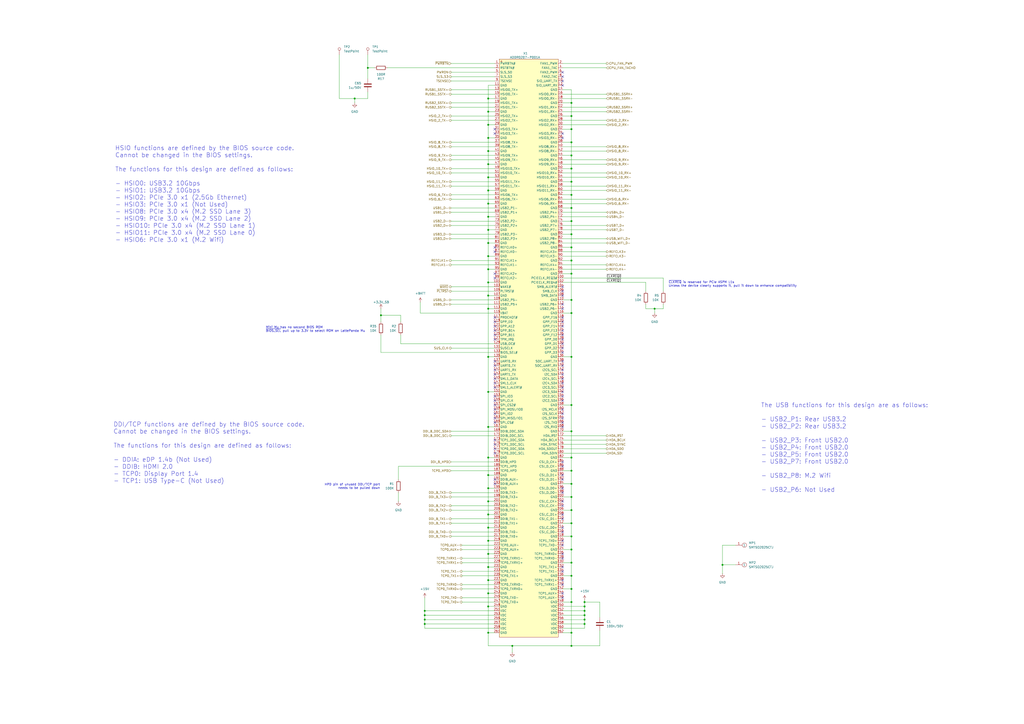
<source format=kicad_sch>
(kicad_sch (version 20250114) (generator "eeschema") (generator_version "9.0")
  (paper "A2")
  (title_block (title "LattePanda Mu Console") (date "2025-07-30") (rev "V1.0"))
  (lib_symbols
    (symbol "Connector:TestPoint" (pin_numbers (hide yes)) (pin_names (offset 0.762) (hide yes))
      (property "Reference" "TP" (at 0 6.858 0))
      (property "Value" "TestPoint" (at 0 5.08 0))
      (symbol "TestPoint_1_1"
        (pin passive line (at 0 0 90) (length 2.54) (name "1") (number "1"))
      )
    )
    (symbol "Device:C" (pin_numbers (hide yes)) (pin_names (offset 0.254))
      (property "Reference" "C" (at 0.635 2.54 0))
      (property "Value" "C" (at 0.635 -2.54 0))
      (symbol "C_1_1"
        (pin passive line (at 0 3.81 270) (length 2.794) (name "~") (number "1"))
        (pin passive line (at 0 -3.81 90) (length 2.794) (name "~") (number "2"))
      )
    )
    (symbol "Device:R" (pin_numbers (hide yes)) (pin_names (offset 0))
      (property "Reference" "R" (at 2.032 0 90))
      (property "Value" "R" (at 0 0 90))
      (symbol "R_1_1"
        (pin passive line (at 0 3.81 270) (length 1.27) (name "~") (number "1"))
        (pin passive line (at 0 -3.81 90) (length 1.27) (name "~") (number "2"))
      )
    )
    (symbol "easyeda2kicad:ADDR0207-P001A"
      (property "Reference" "X" (at 0 168.656 0))
      (property "Value" "ADDR0207-P001A" (at 0.254 -171.704 0))
      (symbol "ADDR0207-P001A_0_1"
        (pin input line (at -17.78 165.1 0) (length 2.54) (name "PWRBTN#") (number "1"))
        (pin input line (at -17.78 162.56 0) (length 2.54) (name "RSTBTN#") (number "3"))
        (pin output line (at -17.78 160.02 0) (length 2.54) (name "SLS_S0") (number "5"))
        (pin output line (at -17.78 157.48 0) (length 2.54) (name "SLS_S3") (number "7"))
        (pin input line (at -17.78 154.94 0) (length 2.54) (name "TSENSE") (number "9"))
        (pin power_in line (at -17.78 152.4 0) (length 2.54) (name "GND") (number "11"))
        (pin output line (at -17.78 149.86 0) (length 2.54) (name "HSIO0_TX+") (number "13"))
        (pin output line (at -17.78 147.32 0) (length 2.54) (name "HSIO0_TX-") (number "15"))
        (pin power_in line (at -17.78 144.78 0) (length 2.54) (name "GND") (number "17"))
        (pin output line (at -17.78 142.24 0) (length 2.54) (name "HSIO1_TX+") (number "19"))
        (pin output line (at -17.78 139.7 0) (length 2.54) (name "HSIO1_TX-") (number "21"))
        (pin power_in line (at -17.78 137.16 0) (length 2.54) (name "GND") (number "23"))
        (pin output line (at -17.78 134.62 0) (length 2.54) (name "HSIO2_TX+") (number "25"))
        (pin output line (at -17.78 132.08 0) (length 2.54) (name "HSIO2_TX-") (number "27"))
        (pin power_in line (at -17.78 129.54 0) (length 2.54) (name "GND") (number "29"))
        (pin output line (at -17.78 127 0) (length 2.54) (name "HSIO3_TX+") (number "31"))
        (pin output line (at -17.78 124.46 0) (length 2.54) (name "HSIO3_TX-") (number "33"))
        (pin power_in line (at -17.78 121.92 0) (length 2.54) (name "GND") (number "35"))
        (pin output line (at -17.78 119.38 0) (length 2.54) (name "HSIO8_TX+") (number "37"))
        (pin output line (at -17.78 116.84 0) (length 2.54) (name "HSIO8_TX-") (number "39"))
        (pin power_in line (at -17.78 114.3 0) (length 2.54) (name "GND") (number "41"))
        (pin output line (at -17.78 111.76 0) (length 2.54) (name "HSIO9_TX+") (number "43"))
        (pin output line (at -17.78 109.22 0) (length 2.54) (name "HSIO9_TX-") (number "45"))
        (pin power_in line (at -17.78 106.68 0) (length 2.54) (name "GND") (number "47"))
        (pin output line (at -17.78 104.14 0) (length 2.54) (name "HSIO10_TX+") (number "49"))
        (pin output line (at -17.78 101.6 0) (length 2.54) (name "HSIO10_TX-") (number "51"))
        (pin power_in line (at -17.78 99.06 0) (length 2.54) (name "GND") (number "53"))
        (pin output line (at -17.78 96.52 0) (length 2.54) (name "HSIO11_TX+") (number "55"))
        (pin output line (at -17.78 93.98 0) (length 2.54) (name "HSIO11_TX-") (number "57"))
        (pin power_in line (at -17.78 91.44 0) (length 2.54) (name "GND") (number "59"))
        (pin output line (at -17.78 88.9 0) (length 2.54) (name "HSIO6_TX+") (number "61"))
        (pin output line (at -17.78 86.36 0) (length 2.54) (name "HSIO6_TX-") (number "63"))
        (pin power_in line (at -17.78 83.82 0) (length 2.54) (name "GND") (number "65"))
        (pin bidirectional line (at -17.78 81.28 0) (length 2.54) (name "USB2_P1-") (number "67"))
        (pin bidirectional line (at -17.78 78.74 0) (length 2.54) (name "USB2_P1+") (number "69"))
        (pin power_in line (at -17.78 76.2 0) (length 2.54) (name "GND") (number "71"))
        (pin bidirectional line (at -17.78 73.66 0) (length 2.54) (name "USB2_P2-") (number "73"))
        (pin bidirectional line (at -17.78 71.12 0) (length 2.54) (name "USB2_P2+") (number "75"))
        (pin power_in line (at -17.78 68.58 0) (length 2.54) (name "GND") (number "77"))
        (pin bidirectional line (at -17.78 66.04 0) (length 2.54) (name "USB2_P3-") (number "79"))
        (pin bidirectional line (at -17.78 63.5 0) (length 2.54) (name "USB2_P3+") (number "81"))
        (pin power_in line (at -17.78 60.96 0) (length 2.54) (name "GND") (number "83"))
        (pin output line (at -17.78 58.42 0) (length 2.54) (name "REFCLK0+") (number "85"))
        (pin output line (at -17.78 55.88 0) (length 2.54) (name "REFCLK0-") (number "87"))
        (pin power_in line (at -17.78 53.34 0) (length 2.54) (name "GND") (number "89"))
        (pin output line (at -17.78 50.8 0) (length 2.54) (name "REFCLK1+") (number "91"))
        (pin output line (at -17.78 48.26 0) (length 2.54) (name "REFCLK1-") (number "93"))
        (pin power_in line (at -17.78 45.72 0) (length 2.54) (name "GND") (number "95"))
        (pin output line (at -17.78 43.18 0) (length 2.54) (name "REFCLK2+") (number "97"))
        (pin output line (at -17.78 40.64 0) (length 2.54) (name "REFCLK2-") (number "99"))
        (pin power_in line (at -17.78 38.1 0) (length 2.54) (name "GND") (number "101"))
        (pin input line (at -17.78 35.56 0) (length 2.54) (name "WAKE#") (number "103"))
        (pin output line (at -17.78 33.02 0) (length 2.54) (name "PLTRST#") (number "105"))
        (pin power_in line (at -17.78 30.48 0) (length 2.54) (name "GND") (number "107"))
        (pin bidirectional line (at -17.78 27.94 0) (length 2.54) (name "USB2_P5-") (number "109"))
        (pin bidirectional line (at -17.78 25.4 0) (length 2.54) (name "USB2_P5+") (number "111"))
        (pin power_in line (at -17.78 22.86 0) (length 2.54) (name "GND") (number "113"))
        (pin power_in line (at -17.78 20.32 0) (length 2.54) (name "VBAT") (number "115"))
        (pin input line (at -17.78 17.78 0) (length 2.54) (name "PROCHOT#") (number "117"))
        (pin bidirectional line (at -17.78 15.24 0) (length 2.54) (name "GPP_E0") (number "119"))
        (pin bidirectional line (at -17.78 12.7 0) (length 2.54) (name "GPP_A12") (number "121"))
        (pin bidirectional line (at -17.78 10.16 0) (length 2.54) (name "GPP_B14") (number "123"))
        (pin bidirectional line (at -17.78 7.62 0) (length 2.54) (name "GPP_B11") (number "125"))
        (pin input line (at -17.78 5.08 0) (length 2.54) (name "TPM_IRQ") (number "127"))
        (pin input line (at -17.78 2.54 0) (length 2.54) (name "USB_OC#") (number "129"))
        (pin output line (at -17.78 0 0) (length 2.54) (name "SUSCLK") (number "131"))
        (pin input line (at -17.78 -2.54 0) (length 2.54) (name "BIOS_SEL#") (number "133"))
        (pin power_in line (at -17.78 -5.08 0) (length 2.54) (name "GND") (number "135"))
        (pin input line (at -17.78 -7.62 0) (length 2.54) (name "UART0_RX") (number "137"))
        (pin output line (at -17.78 -10.16 0) (length 2.54) (name "UART0_TX") (number "139"))
        (pin input line (at -17.78 -12.7 0) (length 2.54) (name "UART1_RX") (number "141"))
        (pin output line (at -17.78 -15.24 0) (length 2.54) (name "UART1_TX") (number "143"))
        (pin bidirectional line (at -17.78 -17.78 0) (length 2.54) (name "SML1_DATA") (number "145"))
        (pin output line (at -17.78 -20.32 0) (length 2.54) (name "SML1_CLK") (number "147"))
        (pin input line (at -17.78 -22.86 0) (length 2.54) (name "SML1_ALERT#") (number "149"))
        (pin power_in line (at -17.78 -25.4 0) (length 2.54) (name "GND") (number "151"))
        (pin bidirectional line (at -17.78 -27.94 0) (length 2.54) (name "SPI_IO3") (number "153"))
        (pin output line (at -17.78 -30.48 0) (length 2.54) (name "SPI_CLK") (number "155"))
        (pin output line (at -17.78 -33.02 0) (length 2.54) (name "SPI_CS2#") (number "157"))
        (pin bidirectional line (at -17.78 -35.56 0) (length 2.54) (name "SPI_MOSI/IO0") (number "159"))
        (pin bidirectional line (at -17.78 -38.1 0) (length 2.54) (name "SPI_IO2") (number "161"))
        (pin bidirectional line (at -17.78 -40.64 0) (length 2.54) (name "SPI_MISO/IO1") (number "163"))
        (pin output line (at -17.78 -43.18 0) (length 2.54) (name "SPI_CS#") (number "165"))
        (pin power_in line (at -17.78 -45.72 0) (length 2.54) (name "GND") (number "167"))
        (pin bidirectional line (at -17.78 -48.26 0) (length 2.54) (name "DDIB_DDC_SDA") (number "169"))
        (pin output line (at -17.78 -50.8 0) (length 2.54) (name "DDIB_DDC_SCL") (number "171"))
        (pin bidirectional line (at -17.78 -53.34 0) (length 2.54) (name "TCP1_DDC_SDA") (number "173"))
        (pin output line (at -17.78 -55.88 0) (length 2.54) (name "TCP1_DDC_SCL") (number "175"))
        (pin bidirectional line (at -17.78 -58.42 0) (length 2.54) (name "TCP0_DDC_SDA") (number "177"))
        (pin output line (at -17.78 -60.96 0) (length 2.54) (name "TCP0_DDC_SCL") (number "179"))
        (pin power_in line (at -17.78 -63.5 0) (length 2.54) (name "GND") (number "181"))
        (pin input line (at -17.78 -66.04 0) (length 2.54) (name "DDIB_HPD") (number "183"))
        (pin input line (at -17.78 -68.58 0) (length 2.54) (name "TCP1_HPD") (number "185"))
        (pin input line (at -17.78 -71.12 0) (length 2.54) (name "TCP0_HPD") (number "187"))
        (pin power_in line (at -17.78 -73.66 0) (length 2.54) (name "GND") (number "189"))
        (pin bidirectional line (at -17.78 -76.2 0) (length 2.54) (name "DDIB_AUX-") (number "191"))
        (pin bidirectional line (at -17.78 -78.74 0) (length 2.54) (name "DDIB_AUX+") (number "193"))
        (pin power_in line (at -17.78 -81.28 0) (length 2.54) (name "GND") (number "195"))
        (pin output line (at -17.78 -83.82 0) (length 2.54) (name "DDIB_TX3-") (number "197"))
        (pin output line (at -17.78 -86.36 0) (length 2.54) (name "DDIB_TX3+") (number "199"))
        (pin power_in line (at -17.78 -88.9 0) (length 2.54) (name "GND") (number "201"))
        (pin output line (at -17.78 -91.44 0) (length 2.54) (name "DDIB_TX2-") (number "203"))
        (pin output line (at -17.78 -93.98 0) (length 2.54) (name "DDIB_TX2+") (number "205"))
        (pin power_in line (at -17.78 -96.52 0) (length 2.54) (name "GND") (number "207"))
        (pin output line (at -17.78 -99.06 0) (length 2.54) (name "DDIB_TX1-") (number "209"))
        (pin output line (at -17.78 -101.6 0) (length 2.54) (name "DDIB_TX1+") (number "211"))
        (pin power_in line (at -17.78 -104.14 0) (length 2.54) (name "GND") (number "213"))
        (pin output line (at -17.78 -106.68 0) (length 2.54) (name "DDIB_TX0-") (number "215"))
        (pin output line (at -17.78 -109.22 0) (length 2.54) (name "DDIB_TX0+") (number "217"))
        (pin power_in line (at -17.78 -111.76 0) (length 2.54) (name "GND") (number "219"))
        (pin bidirectional line (at -17.78 -114.3 0) (length 2.54) (name "TCP0_AUX-") (number "221"))
        (pin bidirectional line (at -17.78 -116.84 0) (length 2.54) (name "TCP0_AUX+") (number "223"))
        (pin power_in line (at -17.78 -119.38 0) (length 2.54) (name "GND") (number "225"))
        (pin output line (at -17.78 -121.92 0) (length 2.54) (name "TCP0_TXRX1-") (number "227"))
        (pin output line (at -17.78 -124.46 0) (length 2.54) (name "TCP0_TXRX1+") (number "229"))
        (pin power_in line (at -17.78 -127 0) (length 2.54) (name "GND") (number "231"))
        (pin output line (at -17.78 -129.54 0) (length 2.54) (name "TCP0_TX1-") (number "233"))
        (pin output line (at -17.78 -132.08 0) (length 2.54) (name "TCP0_TX1+") (number "235"))
        (pin power_in line (at -17.78 -134.62 0) (length 2.54) (name "GND") (number "237"))
        (pin output line (at -17.78 -137.16 0) (length 2.54) (name "TCP0_TXRX0-") (number "239"))
        (pin output line (at -17.78 -139.7 0) (length 2.54) (name "TCP0_TXRX0+") (number "241"))
        (pin power_in line (at -17.78 -142.24 0) (length 2.54) (name "GND") (number "243"))
        (pin output line (at -17.78 -144.78 0) (length 2.54) (name "TCP0_TX0-") (number "245"))
        (pin output line (at -17.78 -147.32 0) (length 2.54) (name "TCP0_TX0+") (number "247"))
        (pin power_in line (at -17.78 -149.86 0) (length 2.54) (name "GND") (number "249"))
        (pin power_in line (at -17.78 -152.4 0) (length 2.54) (name "VDC") (number "251"))
        (pin power_in line (at -17.78 -154.94 0) (length 2.54) (name "VDC") (number "253"))
        (pin power_in line (at -17.78 -157.48 0) (length 2.54) (name "VDC") (number "255"))
        (pin power_in line (at -17.78 -160.02 0) (length 2.54) (name "VDC") (number "257"))
        (pin power_in line (at -17.78 -162.56 0) (length 2.54) (name "VDC") (number "259"))
        (pin power_in line (at -17.78 -165.1 0) (length 2.54) (name "GND") (number "261"))
        (pin output line (at 21.59 165.1 180) (length 2.54) (name "FAN1_PWM") (number "2"))
        (pin input line (at 21.59 162.56 180) (length 2.54) (name "FAN1_TAC") (number "4"))
        (pin output line (at 21.59 160.02 180) (length 2.54) (name "FAN2_PWM") (number "6"))
        (pin input line (at 21.59 157.48 180) (length 2.54) (name "FAN2_TAC") (number "8"))
        (pin output line (at 21.59 154.94 180) (length 2.54) (name "SIO_UART_TX") (number "10"))
        (pin input line (at 21.59 152.4 180) (length 2.54) (name "SIO_UART_RX") (number "12"))
        (pin power_in line (at 21.59 149.86 180) (length 2.54) (name "GND") (number "14"))
        (pin input line (at 21.59 147.32 180) (length 2.54) (name "HSIO0_RX+") (number "16"))
        (pin input line (at 21.59 144.78 180) (length 2.54) (name "HSIO0_RX-") (number "18"))
        (pin power_in line (at 21.59 142.24 180) (length 2.54) (name "GND") (number "20"))
        (pin input line (at 21.59 139.7 180) (length 2.54) (name "HSIO1_RX+") (number "22"))
        (pin input line (at 21.59 137.16 180) (length 2.54) (name "HSIO1_RX-") (number "24"))
        (pin power_in line (at 21.59 134.62 180) (length 2.54) (name "GND") (number "26"))
        (pin input line (at 21.59 132.08 180) (length 2.54) (name "HSIO2_RX+") (number "28"))
        (pin input line (at 21.59 129.54 180) (length 2.54) (name "HSIO2_RX-") (number "30"))
        (pin power_in line (at 21.59 127 180) (length 2.54) (name "GND") (number "32"))
        (pin input line (at 21.59 124.46 180) (length 2.54) (name "HSIO3_RX+") (number "34"))
        (pin input line (at 21.59 121.92 180) (length 2.54) (name "HSIO3_RX-") (number "36"))
        (pin power_in line (at 21.59 119.38 180) (length 2.54) (name "GND") (number "38"))
        (pin input line (at 21.59 116.84 180) (length 2.54) (name "HSIO8_RX+") (number "40"))
        (pin input line (at 21.59 114.3 180) (length 2.54) (name "HSIO8_RX-") (number "42"))
        (pin power_in line (at 21.59 111.76 180) (length 2.54) (name "GND") (number "44"))
        (pin input line (at 21.59 109.22 180) (length 2.54) (name "HSIO9_RX+") (number "46"))
        (pin input line (at 21.59 106.68 180) (length 2.54) (name "HSIO9_RX-") (number "48"))
        (pin power_in line (at 21.59 104.14 180) (length 2.54) (name "GND") (number "50"))
        (pin input line (at 21.59 101.6 180) (length 2.54) (name "HSIO10_RX+") (number "52"))
        (pin input line (at 21.59 99.06 180) (length 2.54) (name "HSIO10_RX-") (number "54"))
        (pin power_in line (at 21.59 96.52 180) (length 2.54) (name "GND") (number "56"))
        (pin input line (at 21.59 93.98 180) (length 2.54) (name "HSIO11_RX+") (number "58"))
        (pin input line (at 21.59 91.44 180) (length 2.54) (name "HSIO11_RX-") (number "60"))
        (pin power_in line (at 21.59 88.9 180) (length 2.54) (name "GND") (number "62"))
        (pin input line (at 21.59 86.36 180) (length 2.54) (name "HSIO6_RX+") (number "64"))
        (pin input line (at 21.59 83.82 180) (length 2.54) (name "HSIO6_RX-") (number "66"))
        (pin power_in line (at 21.59 81.28 180) (length 2.54) (name "GND") (number "68"))
        (pin bidirectional line (at 21.59 78.74 180) (length 2.54) (name "USB2_P4+") (number "70"))
        (pin bidirectional line (at 21.59 76.2 180) (length 2.54) (name "USB2_P4-") (number "72"))
        (pin power_in line (at 21.59 73.66 180) (length 2.54) (name "GND") (number "74"))
        (pin bidirectional line (at 21.59 71.12 180) (length 2.54) (name "USB2_P7+") (number "76"))
        (pin bidirectional line (at 21.59 68.58 180) (length 2.54) (name "USB2_P7-") (number "78"))
        (pin power_in line (at 21.59 66.04 180) (length 2.54) (name "GND") (number "80"))
        (pin bidirectional line (at 21.59 63.5 180) (length 2.54) (name "USB2_P8+") (number "82"))
        (pin bidirectional line (at 21.59 60.96 180) (length 2.54) (name "USB2_P8-") (number "84"))
        (pin power_in line (at 21.59 58.42 180) (length 2.54) (name "GND") (number "86"))
        (pin output line (at 21.59 55.88 180) (length 2.54) (name "REFCLK3+") (number "88"))
        (pin output line (at 21.59 53.34 180) (length 2.54) (name "REFCLK3-") (number "90"))
        (pin power_in line (at 21.59 50.8 180) (length 2.54) (name "GND") (number "92"))
        (pin output line (at 21.59 48.26 180) (length 2.54) (name "REFCLK4+") (number "94"))
        (pin output line (at 21.59 45.72 180) (length 2.54) (name "REFCLK4-") (number "96"))
        (pin power_in line (at 21.59 43.18 180) (length 2.54) (name "GND") (number "98"))
        (pin input line (at 21.59 40.64 180) (length 2.54) (name "PCIECLK_REQ3#") (number "100"))
        (pin input line (at 21.59 38.1 180) (length 2.54) (name "PCIECLK_REQ4#") (number "102"))
        (pin input line (at 21.59 35.56 180) (length 2.54) (name "SMB_ALERT#") (number "104"))
        (pin output line (at 21.59 33.02 180) (length 2.54) (name "SMB_CLK") (number "106"))
        (pin bidirectional line (at 21.59 30.48 180) (length 2.54) (name "SMB_DATA") (number "108"))
        (pin power_in line (at 21.59 27.94 180) (length 2.54) (name "GND") (number "110"))
        (pin bidirectional line (at 21.59 25.4 180) (length 2.54) (name "USB2_P6+") (number "112"))
        (pin bidirectional line (at 21.59 22.86 180) (length 2.54) (name "USB2_P6-") (number "114"))
        (pin power_in line (at 21.59 20.32 180) (length 2.54) (name "GND") (number "116"))
        (pin bidirectional line (at 21.59 17.78 180) (length 2.54) (name "GPP_F16") (number "118"))
        (pin bidirectional line (at 21.59 15.24 180) (length 2.54) (name "GPP_F15") (number "120"))
        (pin bidirectional line (at 21.59 12.7 180) (length 2.54) (name "GPP_F14") (number "122"))
        (pin bidirectional line (at 21.59 10.16 180) (length 2.54) (name "GPP_F13") (number "124"))
        (pin bidirectional line (at 21.59 7.62 180) (length 2.54) (name "GPP_F12") (number "126"))
        (pin bidirectional line (at 21.59 5.08 180) (length 2.54) (name "GPP_D0") (number "128"))
        (pin bidirectional line (at 21.59 2.54 180) (length 2.54) (name "GPP_D1") (number "130"))
        (pin bidirectional line (at 21.59 0 180) (length 2.54) (name "GPP_D2") (number "132"))
        (pin bidirectional line (at 21.59 -2.54 180) (length 2.54) (name "GPP_D3") (number "134"))
        (pin power_in line (at 21.59 -5.08 180) (length 2.54) (name "GND") (number "136"))
        (pin output line (at 21.59 -7.62 180) (length 2.54) (name "SOC_UART_TX") (number "138"))
        (pin input line (at 21.59 -10.16 180) (length 2.54) (name "SOC_UART_RX") (number "140"))
        (pin output line (at 21.59 -12.7 180) (length 2.54) (name "I2C5_SCL") (number "142"))
        (pin bidirectional line (at 21.59 -15.24 180) (length 2.54) (name "I2C_SDA") (number "144"))
        (pin output line (at 21.59 -17.78 180) (length 2.54) (name "I2C4_SCL") (number "146"))
        (pin bidirectional line (at 21.59 -20.32 180) (length 2.54) (name "I2C4_SDA") (number "148"))
        (pin output line (at 21.59 -22.86 180) (length 2.54) (name "I2C3_SCL") (number "150"))
        (pin bidirectional line (at 21.59 -25.4 180) (length 2.54) (name "I2C3_SDA") (number "152"))
        (pin output line (at 21.59 -27.94 180) (length 2.54) (name "I2C2_SCL") (number "154"))
        (pin bidirectional line (at 21.59 -30.48 180) (length 2.54) (name "I2C2_SDA") (number "156"))
        (pin power_in line (at 21.59 -33.02 180) (length 2.54) (name "GND") (number "158"))
        (pin output line (at 21.59 -35.56 180) (length 2.54) (name "I2S_MCLK") (number "160"))
        (pin output line (at 21.59 -38.1 180) (length 2.54) (name "I2S_SCLK") (number "162"))
        (pin output line (at 21.59 -40.64 180) (length 2.54) (name "I2S_SFRM") (number "164"))
        (pin output line (at 21.59 -43.18 180) (length 2.54) (name "I2S_TXD") (number "166"))
        (pin input line (at 21.59 -45.72 180) (length 2.54) (name "I2S_RXD") (number "168"))
        (pin power_in line (at 21.59 -48.26 180) (length 2.54) (name "GND") (number "170"))
        (pin output line (at 21.59 -50.8 180) (length 2.54) (name "HDA_RST") (number "172"))
        (pin output line (at 21.59 -53.34 180) (length 2.54) (name "HDA_BCLK") (number "174"))
        (pin output line (at 21.59 -55.88 180) (length 2.54) (name "HDA_SYNC") (number "176"))
        (pin output line (at 21.59 -58.42 180) (length 2.54) (name "HDA_SDOUT") (number "178"))
        (pin input line (at 21.59 -60.96 180) (length 2.54) (name "HDA_SDIN") (number "180"))
        (pin power_in line (at 21.59 -63.5 180) (length 2.54) (name "GND") (number "182"))
        (pin input line (at 21.59 -66.04 180) (length 2.54) (name "CSI_D_CK+") (number "184"))
        (pin input line (at 21.59 -68.58 180) (length 2.54) (name "CSI_D_CK-") (number "186"))
        (pin power_in line (at 21.59 -71.12 180) (length 2.54) (name "GND") (number "188"))
        (pin input line (at 21.59 -73.66 180) (length 2.54) (name "CSI_D_D1+") (number "190"))
        (pin input line (at 21.59 -76.2 180) (length 2.54) (name "CSI_D_D1-") (number "192"))
        (pin power_in line (at 21.59 -78.74 180) (length 2.54) (name "GND") (number "194"))
        (pin input line (at 21.59 -81.28 180) (length 2.54) (name "CSI_D_D0+") (number "196"))
        (pin input line (at 21.59 -83.82 180) (length 2.54) (name "CSI_D_D0-") (number "198"))
        (pin power_in line (at 21.59 -86.36 180) (length 2.54) (name "GND") (number "200"))
        (pin input line (at 21.59 -88.9 180) (length 2.54) (name "CSI_C_CK+") (number "202"))
        (pin input line (at 21.59 -91.44 180) (length 2.54) (name "CSI_C_CK-") (number "204"))
        (pin power_in line (at 21.59 -93.98 180) (length 2.54) (name "GND") (number "206"))
        (pin input line (at 21.59 -96.52 180) (length 2.54) (name "CSI_C_D1+") (number "208"))
        (pin input line (at 21.59 -99.06 180) (length 2.54) (name "CSI_C_D1-") (number "210"))
        (pin power_in line (at 21.59 -101.6 180) (length 2.54) (name "GND") (number "212"))
        (pin input line (at 21.59 -104.14 180) (length 2.54) (name "CSI_C_D0+") (number "214"))
        (pin input line (at 21.59 -106.68 180) (length 2.54) (name "CSI_C_D0-") (number "216"))
        (pin power_in line (at 21.59 -109.22 180) (length 2.54) (name "GND") (number "218"))
        (pin output line (at 21.59 -111.76 180) (length 2.54) (name "TCP1_TX0+") (number "220"))
        (pin output line (at 21.59 -114.3 180) (length 2.54) (name "TCP1_TX0-") (number "222"))
        (pin power_in line (at 21.59 -116.84 180) (length 2.54) (name "GND") (number "224"))
        (pin output line (at 21.59 -119.38 180) (length 2.54) (name "TCP1_TXRX0+") (number "226"))
        (pin output line (at 21.59 -121.92 180) (length 2.54) (name "TCP1_TXRX0-") (number "228"))
        (pin power_in line (at 21.59 -124.46 180) (length 2.54) (name "GND") (number "230"))
        (pin output line (at 21.59 -127 180) (length 2.54) (name "TCP1_TX1+") (number "232"))
        (pin output line (at 21.59 -129.54 180) (length 2.54) (name "TCP1_TX1-") (number "234"))
        (pin power_in line (at 21.59 -132.08 180) (length 2.54) (name "GND") (number "236"))
        (pin output line (at 21.59 -134.62 180) (length 2.54) (name "TCP1_TXRX1+") (number "238"))
        (pin output line (at 21.59 -137.16 180) (length 2.54) (name "TCP1_TXRX1-") (number "240"))
        (pin power_in line (at 21.59 -139.7 180) (length 2.54) (name "GND") (number "242"))
        (pin bidirectional line (at 21.59 -142.24 180) (length 2.54) (name "TCP1_AUX+") (number "244"))
        (pin bidirectional line (at 21.59 -144.78 180) (length 2.54) (name "TCP1_AUX-") (number "246"))
        (pin power_in line (at 21.59 -147.32 180) (length 2.54) (name "GND") (number "248"))
        (pin power_in line (at 21.59 -149.86 180) (length 2.54) (name "VDC") (number "250"))
        (pin power_in line (at 21.59 -152.4 180) (length 2.54) (name "VDC") (number "252"))
        (pin power_in line (at 21.59 -154.94 180) (length 2.54) (name "VDC") (number "254"))
        (pin power_in line (at 21.59 -157.48 180) (length 2.54) (name "VDC") (number "256"))
        (pin power_in line (at 21.59 -160.02 180) (length 2.54) (name "VDC") (number "258"))
        (pin power_in line (at 21.59 -162.56 180) (length 2.54) (name "VDC") (number "260"))
      )
      (symbol "ADDR0207-P001A_1_1"
        (pin power_in line (at 21.59 -165.1 180) (length 2.54) (name "GND") (number "262"))
      )
    )
    (symbol "easyeda2kicad:SMTSO2025CTJ"
      (property "Reference" "MP" (at 0 5.08 0))
      (property "Value" "SMTSO2025CTJ" (at 0 -5.08 0))
      (symbol "SMTSO2025CTJ_0_1"
        (pin unspecified line (at -5.08 0 0) (length 3.81) (name "1") (number "1"))
      )
    )
    (symbol "power:+15V" (power) (pin_numbers (hide yes)) (pin_names (offset 0) (hide yes))
      (property "Value" "+15V" (at 0 3.556 0))
      (symbol "+15V_1_1"
        (pin power_in line (at 0 0 90) (length 0) (name "~") (number "1"))
      )
    )
    (symbol "power:+1V0" (power) (pin_numbers (hide yes)) (pin_names (offset 0) (hide yes))
      (property "Value" "+1V0" (at 0 3.556 0))
      (symbol "+1V0_1_1"
        (pin power_in line (at 0 0 90) (length 0) (name "~") (number "1"))
      )
    )
    (symbol "power:+BATT" (power) (pin_numbers (hide yes)) (pin_names (offset 0) (hide yes))
      (property "Value" "+BATT" (at 0 3.556 0))
      (symbol "+BATT_1_1"
        (pin power_in line (at 0 0 90) (length 0) (name "~") (number "1"))
      )
    )
    (symbol "power:GND" (power) (pin_numbers (hide yes)) (pin_names (offset 0) (hide yes))
      (property "Value" "GND" (at 0 -3.81 0))
      (symbol "GND_1_1"
        (pin power_in line (at 0 0 270) (length 0) (name "~") (number "1"))
      )
    )
  )
  (text "DDI/TCP functions are defined by the BIOS source code.\nCannot be changed in the BIOS settings.\n\nThe functions for this design are defined as follows:\n\n- DDIA: eDP 1.4b (Not Used)\n- DDIB: HDMI 2.0\n- TCP0: Display Port 1.4\n- TCP1: USB Type-C (Not Used)\n\n\n" (at 65.786 244.856 0) (effects (font (size 2.54 2.54)) (justify left top)))
  (text "HPD pin of unused DDI/TCP port\nneeds to be pulled down" (at 220.472 280.416 0) (effects (font (size 1.27 1.27)) (justify right top)))
  (text "The USB functions for this design are as follows:\n\n- USB2_P1: Rear USB3.2\n- USB2_P2: Rear USB3.2\n\n- USB2_P3: Front USB2.0\n- USB2_P4: Front USB2.0\n- USB2_P5: Front USB2.0\n- USB2_P7: Front USB2.0\n\n- USB2_P8: M.2 Wifi\n\n- USB2_P6: Not Used" (at 441.452 233.68 0) (effects (font (size 2.54 2.54)) (justify left top)))
  (text "Mini Mu has no second BIOS ROM\n~{BIOS_SEL} pull up to 3.3V to select ROM on LattePanda Mu" (at 154.178 192.786 0) (effects (font (size 1.27 1.27)) (justify left bottom)))
  (text "HSIO functions are defined by the BIOS source code.\nCannot be changed in the BIOS settings.\n\nThe functions for this design are defined as follows:\n\n- HSIO0: USB3.2 10Gbps\n- HSIO1: USB3.2 10Gbps\n- HSIO2: PCIe 3.0 x1 (2.5Gb Ethernet)\n- HSIO3: PCIe 3.0 x1 (Not Used)\n- HSIO8: PCIe 3.0 x4 (M.2 SSD Lane 3)\n- HSIO9: PCIe 3.0 x4 (M.2 SSD Lane 2)\n- HSIO10: PCIe 3.0 x4 (M.2 SSD Lane 1)\n- HSIO11: PCIe 3.0 x4 (M.2 SSD Lane 0)\n- HSIO6: PCIe 3.0 x1 (M.2 Wifi)\n\n" (at 66.802 84.582 0) (effects (font (size 2.54 2.54)) (justify left top)))
  (text "~{CLKREQ} is reserved for PCIe ASPM L1s\nUnless the device clearly supports it, pull it down to enhance compatibility" (at 387.858 164.846 0) (effects (font (size 1.27 1.27)) (justify left)))
  (junction (at 331.47 143.51))
  (junction (at 283.21 87.63))
  (junction (at 283.21 321.31))
  (junction (at 339.09 361.95))
  (junction (at 331.47 311.15))
  (junction (at 283.21 247.65))
  (junction (at 331.47 74.93))
  (junction (at 331.47 273.05))
  (junction (at 283.21 328.93))
  (junction (at 283.21 118.11))
  (junction (at 339.09 354.33))
  (junction (at 331.47 82.55))
  (junction (at 339.09 351.79))
  (junction (at 283.21 95.25))
  (junction (at 331.47 288.29))
  (junction (at 331.47 349.25))
  (junction (at 331.47 234.95))
  (junction (at 283.21 367.03))
  (junction (at 283.21 163.83))
  (junction (at 331.47 374.65))
  (junction (at 246.38 361.95))
  (junction (at 283.21 110.49))
  (junction (at 379.73 179.07))
  (junction (at 339.09 359.41))
  (junction (at 283.21 171.45))
  (junction (at 339.09 356.87))
  (junction (at 331.47 334.01))
  (junction (at 331.47 158.75))
  (junction (at 283.21 344.17))
  (junction (at 297.18 374.65))
  (junction (at 331.47 173.99))
  (junction (at 331.47 97.79))
  (junction (at 283.21 275.59))
  (junction (at 283.21 102.87))
  (junction (at 246.38 354.33))
  (junction (at 283.21 156.21))
  (junction (at 419.1 327.66))
  (junction (at 283.21 72.39))
  (junction (at 283.21 313.69))
  (junction (at 283.21 298.45))
  (junction (at 331.47 120.65))
  (junction (at 283.21 148.59))
  (junction (at 283.21 306.07))
  (junction (at 283.21 336.55))
  (junction (at 331.47 59.69))
  (junction (at 331.47 295.91))
  (junction (at 283.21 80.01))
  (junction (at 331.47 341.63))
  (junction (at 331.47 105.41))
  (junction (at 283.21 227.33))
  (junction (at 331.47 128.27))
  (junction (at 331.47 318.77))
  (junction (at 283.21 140.97))
  (junction (at 331.47 207.01))
  (junction (at 246.38 356.87))
  (junction (at 220.98 182.88))
  (junction (at 246.38 359.41))
  (junction (at 283.21 179.07))
  (junction (at 283.21 351.79))
  (junction (at 283.21 283.21))
  (junction (at 283.21 290.83))
  (junction (at 331.47 135.89))
  (junction (at 331.47 151.13))
  (junction (at 331.47 326.39))
  (junction (at 331.47 303.53))
  (junction (at 283.21 125.73))
  (junction (at 283.21 133.35))
  (junction (at 283.21 64.77))
  (junction (at 283.21 207.01))
  (junction (at 205.74 57.15))
  (junction (at 331.47 250.19))
  (junction (at 213.36 39.37))
  (junction (at 331.47 265.43))
  (junction (at 339.09 349.25))
  (junction (at 331.47 113.03))
  (junction (at 283.21 57.15))
  (junction (at 331.47 181.61))
  (junction (at 331.47 67.31))
  (junction (at 331.47 367.03))
  (junction (at 331.47 280.67))
  (junction (at 283.21 265.43))
  (junction (at 331.47 90.17))
  (no_connect (at 326.39 270.51))
  (no_connect (at 287.02 257.81))
  (no_connect (at 326.39 168.91))
  (no_connect (at 326.39 245.11))
  (no_connect (at 287.02 143.51))
  (no_connect (at 287.02 214.63))
  (no_connect (at 326.39 336.55))
  (no_connect (at 326.39 201.93))
  (no_connect (at 326.39 232.41))
  (no_connect (at 326.39 293.37))
  (no_connect (at 326.39 242.57))
  (no_connect (at 326.39 224.79))
  (no_connect (at 326.39 227.33))
  (no_connect (at 287.02 194.31))
  (no_connect (at 287.02 186.69))
  (no_connect (at 326.39 179.07))
  (no_connect (at 326.39 222.25))
  (no_connect (at 326.39 219.71))
  (no_connect (at 326.39 275.59))
  (no_connect (at 326.39 77.47))
  (no_connect (at 326.39 46.99))
  (no_connect (at 326.39 321.31))
  (no_connect (at 287.02 237.49))
  (no_connect (at 326.39 189.23))
  (no_connect (at 326.39 199.39))
  (no_connect (at 326.39 184.15))
  (no_connect (at 287.02 158.75))
  (no_connect (at 287.02 260.35))
  (no_connect (at 287.02 77.47))
  (no_connect (at 287.02 240.03))
  (no_connect (at 287.02 209.55))
  (no_connect (at 326.39 44.45))
  (no_connect (at 326.39 171.45))
  (no_connect (at 326.39 308.61))
  (no_connect (at 326.39 313.69))
  (no_connect (at 287.02 196.85))
  (no_connect (at 326.39 186.69))
  (no_connect (at 326.39 240.03))
  (no_connect (at 287.02 229.87))
  (no_connect (at 287.02 219.71))
  (no_connect (at 326.39 283.21))
  (no_connect (at 326.39 316.23))
  (no_connect (at 287.02 189.23))
  (no_connect (at 326.39 328.93))
  (no_connect (at 287.02 212.09))
  (no_connect (at 287.02 232.41))
  (no_connect (at 326.39 306.07))
  (no_connect (at 326.39 217.17))
  (no_connect (at 287.02 278.13))
  (no_connect (at 287.02 217.17))
  (no_connect (at 326.39 229.87))
  (no_connect (at 326.39 331.47))
  (no_connect (at 287.02 224.79))
  (no_connect (at 326.39 285.75))
  (no_connect (at 326.39 194.31))
  (no_connect (at 326.39 344.17))
  (no_connect (at 287.02 242.57))
  (no_connect (at 326.39 278.13))
  (no_connect (at 287.02 184.15))
  (no_connect (at 326.39 80.01))
  (no_connect (at 326.39 196.85))
  (no_connect (at 326.39 247.65))
  (no_connect (at 287.02 234.95))
  (no_connect (at 326.39 209.55))
  (no_connect (at 287.02 191.77))
  (no_connect (at 326.39 191.77))
  (no_connect (at 326.39 204.47))
  (no_connect (at 326.39 346.71))
  (no_connect (at 326.39 267.97))
  (no_connect (at 326.39 300.99))
  (no_connect (at 326.39 176.53))
  (no_connect (at 287.02 255.27))
  (no_connect (at 287.02 245.11))
  (no_connect (at 287.02 161.29))
  (no_connect (at 326.39 298.45))
  (no_connect (at 287.02 222.25))
  (no_connect (at 326.39 323.85))
  (no_connect (at 287.02 280.67))
  (no_connect (at 287.02 146.05))
  (no_connect (at 326.39 41.91))
  (no_connect (at 326.39 49.53))
  (no_connect (at 326.39 166.37))
  (no_connect (at 326.39 237.49))
  (no_connect (at 287.02 262.89))
  (no_connect (at 287.02 74.93))
  (no_connect (at 326.39 339.09))
  (no_connect (at 326.39 214.63))
  (no_connect (at 326.39 212.09))
  (no_connect (at 326.39 290.83))
  (wire (pts (xy 326.39 207.01) (xy 331.47 207.01)))
  (wire (pts (xy 220.98 204.47) (xy 287.02 204.47)))
  (wire (pts (xy 261.62 151.13) (xy 287.02 151.13)))
  (wire (pts (xy 283.21 336.55) (xy 283.21 344.17)))
  (wire (pts (xy 379.73 179.07) (xy 379.73 181.61)))
  (wire (pts (xy 331.47 374.65) (xy 297.18 374.65)))
  (wire (pts (xy 326.39 115.57) (xy 351.79 115.57)))
  (wire (pts (xy 283.21 179.07) (xy 283.21 207.01)))
  (wire (pts (xy 379.73 179.07) (xy 384.81 179.07)))
  (wire (pts (xy 347.98 374.65) (xy 331.47 374.65)))
  (wire (pts (xy 326.39 252.73) (xy 351.79 252.73)))
  (wire (pts (xy 261.62 100.33) (xy 287.02 100.33)))
  (wire (pts (xy 326.39 351.79) (xy 339.09 351.79)))
  (wire (pts (xy 331.47 82.55) (xy 331.47 90.17)))
  (wire (pts (xy 331.47 128.27) (xy 331.47 135.89)))
  (wire (pts (xy 261.62 128.27) (xy 287.02 128.27)))
  (wire (pts (xy 351.79 133.35) (xy 326.39 133.35)))
  (wire (pts (xy 326.39 359.41) (xy 339.09 359.41)))
  (wire (pts (xy 267.97 326.39) (xy 287.02 326.39)))
  (wire (pts (xy 283.21 227.33) (xy 283.21 247.65)))
  (wire (pts (xy 246.38 364.49) (xy 246.38 361.95)))
  (wire (pts (xy 267.97 334.01) (xy 287.02 334.01)))
  (wire (pts (xy 283.21 265.43) (xy 283.21 275.59)))
  (wire (pts (xy 283.21 290.83) (xy 287.02 290.83)))
  (wire (pts (xy 326.39 151.13) (xy 331.47 151.13)))
  (wire (pts (xy 351.79 138.43) (xy 326.39 138.43)))
  (wire (pts (xy 283.21 87.63) (xy 283.21 95.25)))
  (wire (pts (xy 326.39 59.69) (xy 331.47 59.69)))
  (wire (pts (xy 351.79 140.97) (xy 326.39 140.97)))
  (wire (pts (xy 267.97 316.23) (xy 287.02 316.23)))
  (wire (pts (xy 331.47 250.19) (xy 331.47 265.43)))
  (wire (pts (xy 326.39 341.63) (xy 331.47 341.63)))
  (wire (pts (xy 261.62 166.37) (xy 287.02 166.37)))
  (wire (pts (xy 243.84 175.26) (xy 243.84 181.61)))
  (wire (pts (xy 326.39 356.87) (xy 339.09 356.87)))
  (wire (pts (xy 283.21 247.65) (xy 283.21 265.43)))
  (wire (pts (xy 326.39 74.93) (xy 331.47 74.93)))
  (wire (pts (xy 331.47 349.25) (xy 331.47 367.03)))
  (wire (pts (xy 220.98 182.88) (xy 220.98 186.69)))
  (wire (pts (xy 326.39 260.35) (xy 351.79 260.35)))
  (wire (pts (xy 283.21 140.97) (xy 283.21 148.59)))
  (wire (pts (xy 374.65 176.53) (xy 374.65 179.07)))
  (wire (pts (xy 261.62 107.95) (xy 287.02 107.95)))
  (wire (pts (xy 261.62 295.91) (xy 287.02 295.91)))
  (wire (pts (xy 374.65 179.07) (xy 379.73 179.07)))
  (wire (pts (xy 331.47 120.65) (xy 331.47 128.27)))
  (wire (pts (xy 283.21 344.17) (xy 287.02 344.17)))
  (wire (pts (xy 283.21 118.11) (xy 283.21 125.73)))
  (wire (pts (xy 283.21 207.01) (xy 283.21 227.33)))
  (wire (pts (xy 351.79 125.73) (xy 326.39 125.73)))
  (wire (pts (xy 261.62 69.85) (xy 287.02 69.85)))
  (wire (pts (xy 326.39 273.05) (xy 331.47 273.05)))
  (wire (pts (xy 261.62 267.97) (xy 287.02 267.97)))
  (wire (pts (xy 326.39 364.49) (xy 339.09 364.49)))
  (wire (pts (xy 326.39 163.83) (xy 374.65 163.83)))
  (wire (pts (xy 326.39 280.67) (xy 331.47 280.67)))
  (wire (pts (xy 326.39 354.33) (xy 339.09 354.33)))
  (wire (pts (xy 283.21 247.65) (xy 287.02 247.65)))
  (wire (pts (xy 326.39 67.31) (xy 331.47 67.31)))
  (wire (pts (xy 283.21 133.35) (xy 283.21 140.97)))
  (wire (pts (xy 339.09 351.79) (xy 339.09 354.33)))
  (wire (pts (xy 331.47 59.69) (xy 331.47 67.31)))
  (wire (pts (xy 261.62 120.65) (xy 287.02 120.65)))
  (wire (pts (xy 283.21 179.07) (xy 287.02 179.07)))
  (wire (pts (xy 205.74 57.15) (xy 213.36 57.15)))
  (wire (pts (xy 331.47 367.03) (xy 331.47 374.65)))
  (wire (pts (xy 347.98 365.76) (xy 347.98 374.65)))
  (wire (pts (xy 326.39 161.29) (xy 384.81 161.29)))
  (wire (pts (xy 331.47 273.05) (xy 331.47 280.67)))
  (wire (pts (xy 283.21 367.03) (xy 283.21 351.79)))
  (wire (pts (xy 261.62 115.57) (xy 287.02 115.57)))
  (wire (pts (xy 261.62 54.61) (xy 287.02 54.61)))
  (wire (pts (xy 196.85 31.75) (xy 196.85 57.15)))
  (wire (pts (xy 283.21 227.33) (xy 287.02 227.33)))
  (wire (pts (xy 283.21 344.17) (xy 283.21 351.79)))
  (wire (pts (xy 283.21 80.01) (xy 287.02 80.01)))
  (wire (pts (xy 326.39 367.03) (xy 331.47 367.03)))
  (wire (pts (xy 267.97 346.71) (xy 287.02 346.71)))
  (wire (pts (xy 261.62 201.93) (xy 287.02 201.93)))
  (wire (pts (xy 331.47 318.77) (xy 331.47 326.39)))
  (wire (pts (xy 331.47 151.13) (xy 331.47 158.75)))
  (wire (pts (xy 261.62 52.07) (xy 287.02 52.07)))
  (wire (pts (xy 326.39 295.91) (xy 331.47 295.91)))
  (wire (pts (xy 351.79 123.19) (xy 326.39 123.19)))
  (wire (pts (xy 283.21 57.15) (xy 283.21 64.77)))
  (wire (pts (xy 283.21 283.21) (xy 283.21 290.83)))
  (wire (pts (xy 283.21 72.39) (xy 283.21 80.01)))
  (wire (pts (xy 283.21 207.01) (xy 287.02 207.01)))
  (wire (pts (xy 283.21 306.07) (xy 287.02 306.07)))
  (wire (pts (xy 287.02 356.87) (xy 246.38 356.87)))
  (wire (pts (xy 261.62 285.75) (xy 287.02 285.75)))
  (wire (pts (xy 326.39 90.17) (xy 331.47 90.17)))
  (wire (pts (xy 326.39 36.83) (xy 351.79 36.83)))
  (wire (pts (xy 283.21 321.31) (xy 283.21 328.93)))
  (wire (pts (xy 283.21 148.59) (xy 283.21 156.21)))
  (wire (pts (xy 261.62 130.81) (xy 287.02 130.81)))
  (wire (pts (xy 261.62 308.61) (xy 287.02 308.61)))
  (wire (pts (xy 283.21 133.35) (xy 287.02 133.35)))
  (wire (pts (xy 326.39 250.19) (xy 331.47 250.19)))
  (wire (pts (xy 283.21 87.63) (xy 287.02 87.63)))
  (wire (pts (xy 261.62 168.91) (xy 287.02 168.91)))
  (wire (pts (xy 297.18 374.65) (xy 297.18 378.46)))
  (wire (pts (xy 267.97 349.25) (xy 287.02 349.25)))
  (wire (pts (xy 261.62 173.99) (xy 287.02 173.99)))
  (wire (pts (xy 331.47 326.39) (xy 331.47 334.01)))
  (wire (pts (xy 331.47 143.51) (xy 331.47 151.13)))
  (wire (pts (xy 283.21 171.45) (xy 287.02 171.45)))
  (wire (pts (xy 283.21 306.07) (xy 283.21 313.69)))
  (wire (pts (xy 261.62 85.09) (xy 287.02 85.09)))
  (wire (pts (xy 283.21 265.43) (xy 287.02 265.43)))
  (wire (pts (xy 351.79 64.77) (xy 326.39 64.77)))
  (wire (pts (xy 261.62 123.19) (xy 287.02 123.19)))
  (wire (pts (xy 331.47 265.43) (xy 331.47 273.05)))
  (wire (pts (xy 283.21 313.69) (xy 287.02 313.69)))
  (wire (pts (xy 351.79 107.95) (xy 326.39 107.95)))
  (wire (pts (xy 283.21 148.59) (xy 287.02 148.59)))
  (wire (pts (xy 326.39 52.07) (xy 331.47 52.07)))
  (wire (pts (xy 426.72 327.66) (xy 419.1 327.66)))
  (wire (pts (xy 232.41 194.31) (xy 232.41 199.39)))
  (wire (pts (xy 351.79 110.49) (xy 326.39 110.49)))
  (wire (pts (xy 283.21 275.59) (xy 287.02 275.59)))
  (wire (pts (xy 331.47 74.93) (xy 331.47 82.55)))
  (wire (pts (xy 231.14 285.75) (xy 231.14 290.83)))
  (wire (pts (xy 331.47 280.67) (xy 331.47 288.29)))
  (wire (pts (xy 283.21 163.83) (xy 287.02 163.83)))
  (wire (pts (xy 232.41 182.88) (xy 232.41 186.69)))
  (wire (pts (xy 326.39 113.03) (xy 331.47 113.03)))
  (wire (pts (xy 331.47 173.99) (xy 331.47 181.61)))
  (wire (pts (xy 261.62 67.31) (xy 287.02 67.31)))
  (wire (pts (xy 283.21 140.97) (xy 287.02 140.97)))
  (wire (pts (xy 261.62 46.99) (xy 287.02 46.99)))
  (wire (pts (xy 326.39 234.95) (xy 331.47 234.95)))
  (wire (pts (xy 326.39 311.15) (xy 331.47 311.15)))
  (wire (pts (xy 287.02 361.95) (xy 246.38 361.95)))
  (wire (pts (xy 261.62 293.37) (xy 287.02 293.37)))
  (wire (pts (xy 267.97 339.09) (xy 287.02 339.09)))
  (wire (pts (xy 213.36 39.37) (xy 217.17 39.37)))
  (wire (pts (xy 267.97 331.47) (xy 287.02 331.47)))
  (wire (pts (xy 261.62 135.89) (xy 287.02 135.89)))
  (wire (pts (xy 283.21 374.65) (xy 297.18 374.65)))
  (wire (pts (xy 261.62 90.17) (xy 287.02 90.17)))
  (wire (pts (xy 326.39 181.61) (xy 331.47 181.61)))
  (wire (pts (xy 326.39 288.29) (xy 331.47 288.29)))
  (wire (pts (xy 326.39 97.79) (xy 331.47 97.79)))
  (wire (pts (xy 261.62 97.79) (xy 287.02 97.79)))
  (wire (pts (xy 351.79 54.61) (xy 326.39 54.61)))
  (wire (pts (xy 283.21 367.03) (xy 283.21 374.65)))
  (wire (pts (xy 283.21 351.79) (xy 287.02 351.79)))
  (wire (pts (xy 267.97 318.77) (xy 287.02 318.77)))
  (wire (pts (xy 326.39 39.37) (xy 351.79 39.37)))
  (wire (pts (xy 283.21 49.53) (xy 287.02 49.53)))
  (wire (pts (xy 287.02 364.49) (xy 246.38 364.49)))
  (wire (pts (xy 283.21 321.31) (xy 287.02 321.31)))
  (wire (pts (xy 351.79 146.05) (xy 326.39 146.05)))
  (wire (pts (xy 261.62 105.41) (xy 287.02 105.41)))
  (wire (pts (xy 283.21 102.87) (xy 283.21 110.49)))
  (wire (pts (xy 220.98 194.31) (xy 220.98 204.47)))
  (wire (pts (xy 220.98 179.07) (xy 220.98 182.88)))
  (wire (pts (xy 331.47 113.03) (xy 331.47 120.65)))
  (wire (pts (xy 283.21 275.59) (xy 283.21 283.21)))
  (wire (pts (xy 331.47 234.95) (xy 331.47 250.19)))
  (wire (pts (xy 283.21 125.73) (xy 283.21 133.35)))
  (wire (pts (xy 283.21 156.21) (xy 283.21 163.83)))
  (wire (pts (xy 283.21 298.45) (xy 283.21 306.07)))
  (wire (pts (xy 243.84 181.61) (xy 287.02 181.61)))
  (wire (pts (xy 232.41 199.39) (xy 287.02 199.39)))
  (wire (pts (xy 261.62 62.23) (xy 287.02 62.23)))
  (wire (pts (xy 326.39 158.75) (xy 331.47 158.75)))
  (wire (pts (xy 267.97 341.63) (xy 287.02 341.63)))
  (wire (pts (xy 331.47 181.61) (xy 331.47 207.01)))
  (wire (pts (xy 261.62 59.69) (xy 287.02 59.69)))
  (wire (pts (xy 331.47 158.75) (xy 331.47 173.99)))
  (wire (pts (xy 326.39 326.39) (xy 331.47 326.39)))
  (wire (pts (xy 213.36 31.75) (xy 213.36 39.37)))
  (wire (pts (xy 326.39 262.89) (xy 351.79 262.89)))
  (wire (pts (xy 339.09 349.25) (xy 347.98 349.25)))
  (wire (pts (xy 261.62 252.73) (xy 287.02 252.73)))
  (wire (pts (xy 246.38 346.71) (xy 246.38 354.33)))
  (wire (pts (xy 326.39 105.41) (xy 331.47 105.41)))
  (wire (pts (xy 261.62 311.15) (xy 287.02 311.15)))
  (wire (pts (xy 326.39 120.65) (xy 331.47 120.65)))
  (wire (pts (xy 261.62 176.53) (xy 287.02 176.53)))
  (wire (pts (xy 261.62 92.71) (xy 287.02 92.71)))
  (wire (pts (xy 283.21 80.01) (xy 283.21 87.63)))
  (wire (pts (xy 326.39 128.27) (xy 331.47 128.27)))
  (wire (pts (xy 261.62 113.03) (xy 287.02 113.03)))
  (wire (pts (xy 326.39 334.01) (xy 331.47 334.01)))
  (wire (pts (xy 283.21 110.49) (xy 287.02 110.49)))
  (wire (pts (xy 283.21 163.83) (xy 283.21 171.45)))
  (wire (pts (xy 331.47 288.29) (xy 331.47 295.91)))
  (wire (pts (xy 231.14 270.51) (xy 231.14 278.13)))
  (wire (pts (xy 246.38 356.87) (xy 246.38 354.33)))
  (wire (pts (xy 326.39 265.43) (xy 331.47 265.43)))
  (wire (pts (xy 419.1 327.66) (xy 419.1 332.74)))
  (wire (pts (xy 287.02 359.41) (xy 246.38 359.41)))
  (wire (pts (xy 196.85 57.15) (xy 205.74 57.15)))
  (wire (pts (xy 283.21 95.25) (xy 283.21 102.87)))
  (wire (pts (xy 326.39 82.55) (xy 331.47 82.55)))
  (wire (pts (xy 384.81 161.29) (xy 384.81 168.91)))
  (wire (pts (xy 347.98 349.25) (xy 347.98 358.14)))
  (wire (pts (xy 261.62 44.45) (xy 287.02 44.45)))
  (wire (pts (xy 326.39 349.25) (xy 331.47 349.25)))
  (wire (pts (xy 351.79 87.63) (xy 326.39 87.63)))
  (wire (pts (xy 213.36 39.37) (xy 213.36 45.72)))
  (wire (pts (xy 384.81 176.53) (xy 384.81 179.07)))
  (wire (pts (xy 283.21 283.21) (xy 287.02 283.21)))
  (wire (pts (xy 205.74 57.15) (xy 205.74 59.69)))
  (wire (pts (xy 261.62 82.55) (xy 287.02 82.55)))
  (wire (pts (xy 283.21 95.25) (xy 287.02 95.25)))
  (wire (pts (xy 224.79 39.37) (xy 287.02 39.37)))
  (wire (pts (xy 287.02 367.03) (xy 283.21 367.03)))
  (wire (pts (xy 213.36 57.15) (xy 213.36 53.34)))
  (wire (pts (xy 220.98 182.88) (xy 232.41 182.88)))
  (wire (pts (xy 283.21 298.45) (xy 287.02 298.45)))
  (wire (pts (xy 331.47 67.31) (xy 331.47 74.93)))
  (wire (pts (xy 351.79 102.87) (xy 326.39 102.87)))
  (wire (pts (xy 326.39 173.99) (xy 331.47 173.99)))
  (wire (pts (xy 426.72 316.23) (xy 419.1 316.23)))
  (wire (pts (xy 351.79 62.23) (xy 326.39 62.23)))
  (wire (pts (xy 351.79 100.33) (xy 326.39 100.33)))
  (wire (pts (xy 326.39 135.89) (xy 331.47 135.89)))
  (wire (pts (xy 283.21 290.83) (xy 283.21 298.45)))
  (wire (pts (xy 283.21 110.49) (xy 283.21 118.11)))
  (wire (pts (xy 326.39 361.95) (xy 339.09 361.95)))
  (wire (pts (xy 374.65 163.83) (xy 374.65 168.91)))
  (wire (pts (xy 261.62 41.91) (xy 287.02 41.91)))
  (wire (pts (xy 339.09 354.33) (xy 339.09 356.87)))
  (wire (pts (xy 339.09 356.87) (xy 339.09 359.41)))
  (wire (pts (xy 283.21 64.77) (xy 283.21 72.39)))
  (wire (pts (xy 283.21 328.93) (xy 283.21 336.55)))
  (wire (pts (xy 351.79 85.09) (xy 326.39 85.09)))
  (wire (pts (xy 331.47 341.63) (xy 331.47 349.25)))
  (wire (pts (xy 283.21 125.73) (xy 287.02 125.73)))
  (wire (pts (xy 287.02 270.51) (xy 231.14 270.51)))
  (wire (pts (xy 326.39 69.85) (xy 351.79 69.85)))
  (wire (pts (xy 351.79 153.67) (xy 326.39 153.67)))
  (wire (pts (xy 261.62 300.99) (xy 287.02 300.99)))
  (wire (pts (xy 246.38 361.95) (xy 246.38 359.41)))
  (wire (pts (xy 331.47 97.79) (xy 331.47 105.41)))
  (wire (pts (xy 331.47 105.41) (xy 331.47 113.03)))
  (wire (pts (xy 339.09 359.41) (xy 339.09 361.95)))
  (wire (pts (xy 326.39 303.53) (xy 331.47 303.53)))
  (wire (pts (xy 283.21 72.39) (xy 287.02 72.39)))
  (wire (pts (xy 351.79 57.15) (xy 326.39 57.15)))
  (wire (pts (xy 351.79 92.71) (xy 326.39 92.71)))
  (wire (pts (xy 331.47 52.07) (xy 331.47 59.69)))
  (wire (pts (xy 283.21 171.45) (xy 283.21 179.07)))
  (wire (pts (xy 326.39 72.39) (xy 351.79 72.39)))
  (wire (pts (xy 283.21 64.77) (xy 287.02 64.77)))
  (wire (pts (xy 283.21 156.21) (xy 287.02 156.21)))
  (wire (pts (xy 283.21 313.69) (xy 283.21 321.31)))
  (wire (pts (xy 261.62 303.53) (xy 287.02 303.53)))
  (wire (pts (xy 283.21 336.55) (xy 287.02 336.55)))
  (wire (pts (xy 283.21 328.93) (xy 287.02 328.93)))
  (wire (pts (xy 246.38 359.41) (xy 246.38 356.87)))
  (wire (pts (xy 283.21 57.15) (xy 287.02 57.15)))
  (wire (pts (xy 326.39 118.11) (xy 351.79 118.11)))
  (wire (pts (xy 267.97 323.85) (xy 287.02 323.85)))
  (wire (pts (xy 261.62 36.83) (xy 287.02 36.83)))
  (wire (pts (xy 283.21 102.87) (xy 287.02 102.87)))
  (wire (pts (xy 326.39 143.51) (xy 331.47 143.51)))
  (wire (pts (xy 261.62 153.67) (xy 287.02 153.67)))
  (wire (pts (xy 331.47 135.89) (xy 331.47 143.51)))
  (wire (pts (xy 351.79 148.59) (xy 326.39 148.59)))
  (wire (pts (xy 331.47 295.91) (xy 331.47 303.53)))
  (wire (pts (xy 339.09 361.95) (xy 339.09 364.49)))
  (wire (pts (xy 331.47 207.01) (xy 331.47 234.95)))
  (wire (pts (xy 331.47 303.53) (xy 331.47 311.15)))
  (wire (pts (xy 351.79 95.25) (xy 326.39 95.25)))
  (wire (pts (xy 261.62 138.43) (xy 287.02 138.43)))
  (wire (pts (xy 339.09 347.98) (xy 339.09 349.25)))
  (wire (pts (xy 283.21 49.53) (xy 283.21 57.15)))
  (wire (pts (xy 326.39 318.77) (xy 331.47 318.77)))
  (wire (pts (xy 339.09 349.25) (xy 339.09 351.79)))
  (wire (pts (xy 283.21 118.11) (xy 287.02 118.11)))
  (wire (pts (xy 261.62 288.29) (xy 287.02 288.29)))
  (wire (pts (xy 331.47 311.15) (xy 331.47 318.77)))
  (wire (pts (xy 326.39 255.27) (xy 351.79 255.27)))
  (wire (pts (xy 351.79 156.21) (xy 326.39 156.21)))
  (wire (pts (xy 331.47 334.01) (xy 331.47 341.63)))
  (wire (pts (xy 261.62 250.19) (xy 287.02 250.19)))
  (wire (pts (xy 261.62 273.05) (xy 287.02 273.05)))
  (wire (pts (xy 331.47 90.17) (xy 331.47 97.79)))
  (wire (pts (xy 419.1 316.23) (xy 419.1 327.66)))
  (wire (pts (xy 246.38 354.33) (xy 287.02 354.33)))
  (wire (pts (xy 351.79 130.81) (xy 326.39 130.81)))
  (wire (pts (xy 326.39 257.81) (xy 351.79 257.81)))
  (label "~{CLKREQ1}" (at 351.79 163.83 0))
  (label "~{CLKREQ0}" (at 351.79 161.29 0))
  (hierarchical_label "HSIO_11_RX+" (shape input) (at 351.79 107.95 0))
  (hierarchical_label "HSIO_10_TX-" (shape output) (at 261.62 100.33 180))
  (hierarchical_label "HSIO_9_TX-" (shape output) (at 261.62 92.71 180))
  (hierarchical_label "REFCLK4+" (shape output) (at 351.79 153.67 0))
  (hierarchical_label "HSIO_11_TX+" (shape output) (at 261.62 105.41 180))
  (hierarchical_label "RUSB1_SSRX-" (shape input) (at 351.79 57.15 0))
  (hierarchical_label "CPU_FAN_PWM" (shape output) (at 351.79 36.83 0))
  (hierarchical_label "DDI_B_TX2-" (shape output) (at 261.62 293.37 180))
  (hierarchical_label "USB2_D-" (shape bidirectional) (at 261.62 128.27 180))
  (hierarchical_label "HDA_SDO" (shape output) (at 351.79 260.35 0))
  (hierarchical_label "USB2_D+" (shape bidirectional) (at 261.62 130.81 180))
  (hierarchical_label "DDI_B_TX3+" (shape output) (at 261.62 288.29 180))
  (hierarchical_label "HSIO_9_RX+" (shape input) (at 351.79 92.71 0))
  (hierarchical_label "USB1_D+" (shape bidirectional) (at 261.62 123.19 180))
  (hierarchical_label "TCP0_TX1-" (shape output) (at 267.97 331.47 180))
  (hierarchical_label "REFCLK3+" (shape output) (at 351.79 146.05 0))
  (hierarchical_label "HSIO_9_TX+" (shape output) (at 261.62 90.17 180))
  (hierarchical_label "HSIO_6_RX+" (shape input) (at 351.79 115.57 0))
  (hierarchical_label "HDA_RST" (shape output) (at 351.79 252.73 0))
  (hierarchical_label "RUSB1_SSRX+" (shape input) (at 351.79 54.61 0))
  (hierarchical_label "HSIO_10_TX+" (shape output) (at 261.62 97.79 180))
  (hierarchical_label "HSIO_2_TX-" (shape output) (at 261.62 69.85 180))
  (hierarchical_label "DDI_B_TX2+" (shape output) (at 261.62 295.91 180))
  (hierarchical_label "SUS_CLK" (shape output) (at 261.62 201.93 180))
  (hierarchical_label "TCP0_TX0+" (shape output) (at 267.97 349.25 180))
  (hierarchical_label "DDI_B_TX3-" (shape output) (at 261.62 285.75 180))
  (hierarchical_label "HSIO_8_RX+" (shape input) (at 351.79 85.09 0))
  (hierarchical_label "RUSB2_SSTX-" (shape output) (at 261.62 62.23 180))
  (hierarchical_label "RUSB2_SSRX-" (shape input) (at 351.79 64.77 0))
  (hierarchical_label "TCP0_TX0-" (shape output) (at 267.97 346.71 180))
  (hierarchical_label "DDI_B_TX1+" (shape output) (at 261.62 303.53 180))
  (hierarchical_label "DDI_B_TX0-" (shape output) (at 261.62 308.61 180))
  (hierarchical_label "~{WAKE}" (shape output) (at 261.62 166.37 180))
  (hierarchical_label "TSENSE" (shape input) (at 261.62 46.99 180))
  (hierarchical_label "DDI_B_TX1-" (shape output) (at 261.62 300.99 180))
  (hierarchical_label "DDI_B_HPD" (shape input) (at 261.62 267.97 180))
  (hierarchical_label "RUSB2_SSTX+" (shape output) (at 261.62 59.69 180))
  (hierarchical_label "HSIO_10_RX-" (shape input) (at 351.79 102.87 0))
  (hierarchical_label "TCP0_TX1+" (shape output) (at 267.97 334.01 180))
  (hierarchical_label "USB7_D+" (shape bidirectional) (at 351.79 130.81 0))
  (hierarchical_label "~{PWRBTN}" (shape input) (at 261.62 36.83 180))
  (hierarchical_label "HSIO_9_RX-" (shape input) (at 351.79 95.25 0))
  (hierarchical_label "HSIO_10_RX+" (shape input) (at 351.79 100.33 0))
  (hierarchical_label "RUSB1_SSTX-" (shape output) (at 261.62 54.61 180))
  (hierarchical_label "USB7_D-" (shape bidirectional) (at 351.79 133.35 0))
  (hierarchical_label "RUSB2_SSRX+" (shape input) (at 351.79 62.23 0))
  (hierarchical_label "TCP0_TXRX0+" (shape output) (at 267.97 341.63 180))
  (hierarchical_label "REFCLK1+" (shape output) (at 261.62 151.13 180))
  (hierarchical_label "USB4_D-" (shape bidirectional) (at 351.79 125.73 0))
  (hierarchical_label "DDI_B_DDC_SDA" (shape bidirectional) (at 261.62 250.19 180))
  (hierarchical_label "USB5_D-" (shape bidirectional) (at 261.62 173.99 180))
  (hierarchical_label "REFCLK4-" (shape output) (at 351.79 156.21 0))
  (hierarchical_label "TCP0_AUX+" (shape bidirectional) (at 267.97 318.77 180))
  (hierarchical_label "HSIO_11_TX-" (shape output) (at 261.62 107.95 180))
  (hierarchical_label "USB4_D+" (shape bidirectional) (at 351.79 123.19 0))
  (hierarchical_label "HSIO_8_RX-" (shape input) (at 351.79 87.63 0))
  (hierarchical_label "HDA_SDI" (shape input) (at 351.79 262.89 0))
  (hierarchical_label "TCP0_AUX-" (shape bidirectional) (at 267.97 316.23 180))
  (hierarchical_label "RUSB1_SSTX+" (shape output) (at 261.62 52.07 180))
  (hierarchical_label "HSIO_2_TX+" (shape output) (at 261.62 67.31 180))
  (hierarchical_label "SLS_S3" (shape output) (at 261.62 44.45 180))
  (hierarchical_label "HDA_SYNC" (shape output) (at 351.79 257.81 0))
  (hierarchical_label "DDI_B_DDC_SCL" (shape output) (at 261.62 252.73 180))
  (hierarchical_label "HSIO_6_RX-" (shape input) (at 351.79 118.11 0))
  (hierarchical_label "USB3_D-" (shape bidirectional) (at 261.62 135.89 180))
  (hierarchical_label "USB5_D+" (shape bidirectional) (at 261.62 176.53 180))
  (hierarchical_label "TCP0_HPD" (shape input) (at 261.62 273.05 180))
  (hierarchical_label "HSIO_6_TX+" (shape output) (at 261.62 113.03 180))
  (hierarchical_label "TCP0_TXRX1+" (shape output) (at 267.97 326.39 180))
  (hierarchical_label "USB_WIFI_D+" (shape bidirectional) (at 351.79 138.43 0))
  (hierarchical_label "~{PLTRST}" (shape output) (at 261.62 168.91 180))
  (hierarchical_label "HSIO_2_RX-" (shape input) (at 351.79 72.39 0))
  (hierarchical_label "PWRON" (shape output) (at 261.62 41.91 180))
  (hierarchical_label "REFCLK1-" (shape output) (at 261.62 153.67 180))
  (hierarchical_label "TCP0_TXRX0-" (shape output) (at 267.97 339.09 180))
  (hierarchical_label "REFCLK3-" (shape output) (at 351.79 148.59 0))
  (hierarchical_label "HSIO_11_RX-" (shape input) (at 351.79 110.49 0))
  (hierarchical_label "USB3_D+" (shape bidirectional) (at 261.62 138.43 180))
  (hierarchical_label "HSIO_8_TX-" (shape output) (at 261.62 85.09 180))
  (hierarchical_label "USB_WIFI_D-" (shape bidirectional) (at 351.79 140.97 0))
  (hierarchical_label "TCP0_TXRX1-" (shape output) (at 267.97 323.85 180))
  (hierarchical_label "CPU_FAN_TACHO" (shape input) (at 351.79 39.37 0))
  (hierarchical_label "DDI_B_TX0+" (shape output) (at 261.62 311.15 180))
  (hierarchical_label "HDA_BCLK" (shape output) (at 351.79 255.27 0))
  (hierarchical_label "HSIO_8_TX+" (shape output) (at 261.62 82.55 180))
  (hierarchical_label "HSIO_2_RX+" (shape input) (at 351.79 69.85 0))
  (hierarchical_label "USB1_D-" (shape bidirectional) (at 261.62 120.65 180))
  (hierarchical_label "HSIO_6_TX-" (shape output) (at 261.62 115.57 180))
  (symbol (lib_id "power:+1V0") (at 220.98 179.07 0) (unit 1)
    (property "Reference" "#PWR0112" (effects (hide yes)))
    (property "Value" "+3.3V_SB" (at 216.408 175.26 0) (effects (justify left)))
    (property "Description" "Power symbol creates a global label with name \"+1V0\"" (effects (hide yes)))
  )
  (symbol (lib_id "Device:R") (at 374.65 172.72 0) (mirror y) (unit 1)
    (property "Reference" "R4" (at 372.11 171.4499 0) (effects (justify left)))
    (property "Value" "10K" (at 372.11 173.9899 0) (effects (justify left)))
    (property "Footprint" "Resistor_SMD:R_0603_1608Metric" (effects (hide yes)))
    (property "Description" "Resistor" (effects (hide yes)))
    (property "LCSC Part" "C25804" (effects (hide yes)))
    (property "MPN" "0603WAF1002T5E" (effects (hide yes)))
    (property "DDD Stock" "Yes" (effects (hide yes)))
  )
  (symbol (lib_id "Device:R") (at 384.81 172.72 0) (mirror y) (unit 1)
    (property "Reference" "R5" (at 382.27 171.4499 0) (effects (justify left)))
    (property "Value" "10K" (at 382.27 173.9899 0) (effects (justify left)))
    (property "Footprint" "Resistor_SMD:R_0603_1608Metric" (effects (hide yes)))
    (property "Description" "Resistor" (effects (hide yes)))
    (property "LCSC Part" "C25804" (effects (hide yes)))
    (property "MPN" "0603WAF1002T5E" (effects (hide yes)))
    (property "DDD Stock" "Yes" (effects (hide yes)))
  )
  (symbol (lib_id "power:+15V") (at 246.38 346.71 0) (unit 1)
    (property "Reference" "#PWR04" (effects (hide yes)))
    (property "Value" "+15V" (at 246.38 341.63 0))
    (property "Description" "Power symbol creates a global label with name \"+15V\"" (effects (hide yes)))
  )
  (symbol (lib_id "power:+15V") (at 339.09 347.98 0) (unit 1)
    (property "Reference" "#PWR06" (effects (hide yes)))
    (property "Value" "+15V" (at 339.09 342.9 0))
    (property "Description" "Power symbol creates a global label with name \"+15V\"" (effects (hide yes)))
  )
  (symbol (lib_id "Device:R") (at 220.98 190.5 0) (mirror x) (unit 1)
    (property "Reference" "R35" (at 218.44 189.2299 0) (effects (justify right)))
    (property "Value" "10K" (at 218.44 191.7699 0) (effects (justify right)))
    (property "Footprint" "Resistor_SMD:R_0603_1608Metric" (effects (hide yes)))
    (property "Description" "Resistor" (effects (hide yes)))
    (property "LCSC Part" "C25804" (effects (hide yes)))
    (property "MPN" "0603WAF1002T5E" (effects (hide yes)))
    (property "DDD Stock" "Yes" (effects (hide yes)))
  )
  (symbol (lib_id "power:GND") (at 379.73 181.61 0) (unit 1)
    (property "Reference" "#PWR07" (effects (hide yes)))
    (property "Value" "GND" (at 379.73 186.69 0))
    (property "Description" "Power symbol creates a global label with name \"GND\" , ground" (effects (hide yes)))
  )
  (symbol (lib_id "Device:R") (at 232.41 190.5 0) (mirror y) (unit 1)
    (property "Reference" "R2" (at 229.87 189.2299 0) (effects (justify left)))
    (property "Value" "10K" (at 229.87 191.7699 0) (effects (justify left)))
    (property "Footprint" "Resistor_SMD:R_0603_1608Metric" (effects (hide yes)))
    (property "Description" "Resistor" (effects (hide yes)))
    (property "LCSC Part" "C25804" (effects (hide yes)))
    (property "MPN" "0603WAF1002T5E" (effects (hide yes)))
    (property "DDD Stock" "Yes" (effects (hide yes)))
  )
  (symbol (lib_id "Device:C") (at 347.98 361.95 0) (mirror y) (unit 1)
    (property "Reference" "C1" (at 351.79 360.6799 0) (effects (justify right)))
    (property "Value" "100n/50V" (at 351.79 363.2199 0) (effects (justify right)))
    (property "Footprint" "Capacitor_SMD:C_0603_1608Metric" (effects (hide yes)))
    (property "Description" "Unpolarized capacitor" (effects (hide yes)))
    (property "LCSC Part" "C282519" (effects (hide yes)))
    (property "DDD Stock" "Yes" (effects (hide yes)))
    (property "In Stock" "Yes" (effects (hide yes)))
  )
  (symbol (lib_id "easyeda2kicad:SMTSO2025CTJ") (at 431.8 316.23 0) (unit 1)
    (property "Reference" "MP1" (at 434.34 314.9599 0) (effects (justify left)))
    (property "Value" "SMTSO2025CTJ" (at 434.34 317.4999 0) (effects (justify left)))
    (property "Footprint" "MountingHole:MountingHole_3.7mm_Pad_TopOnly" (effects (hide yes)))
    (property "LCSC Part" "C2916321" (effects (hide yes)))
    (property "MPN" "SMTSO2025CTJ" (effects (hide yes)))
    (property "DDD Stock" "No" (effects (hide yes)))
    (property "In Stock" "No" (effects (hide yes)))
  )
  (symbol (lib_id "easyeda2kicad:SMTSO2025CTJ") (at 431.8 327.66 0) (unit 1)
    (property "Reference" "MP2" (at 434.34 326.3899 0) (effects (justify left)))
    (property "Value" "SMTSO2025CTJ" (at 434.34 328.9299 0) (effects (justify left)))
    (property "Footprint" "MountingHole:MountingHole_3.7mm_Pad_TopOnly" (effects (hide yes)))
    (property "LCSC Part" "C2916321" (effects (hide yes)))
    (property "MPN" "SMTSO2025CTJ" (effects (hide yes)))
    (property "DDD Stock" "No" (effects (hide yes)))
    (property "In Stock" "No" (effects (hide yes)))
  )
  (symbol (lib_id "Device:R") (at 231.14 281.94 0) (mirror y) (unit 1)
    (property "Reference" "R1" (at 228.6 280.6699 0) (effects (justify left)))
    (property "Value" "100K" (at 228.6 283.2099 0) (effects (justify left)))
    (property "Footprint" "Resistor_SMD:R_0603_1608Metric" (effects (hide yes)))
    (property "Description" "Resistor" (effects (hide yes)))
    (property "LCSC Part" "C25803" (effects (hide yes)))
    (property "MPN" "0603WAF1003T5E" (effects (hide yes)))
    (property "DDD Stock" "Yes" (effects (hide yes)))
  )
  (symbol (lib_id "Connector:TestPoint") (at 196.85 31.75 0) (unit 1) (in_bom no)
    (property "Reference" "TP2" (at 199.39 27.1779 0) (effects (justify left)))
    (property "Value" "TestPoint" (at 199.39 29.7179 0) (effects (justify left)))
    (property "Footprint" "TestPoint:TestPoint_Pad_D1.5mm" (effects (hide yes)))
    (property "Description" "test point" (effects (hide yes)))
  )
  (symbol (lib_id "Connector:TestPoint") (at 213.36 31.75 0) (unit 1) (in_bom no)
    (property "Reference" "TP1" (at 215.9 27.1779 0) (effects (justify left)))
    (property "Value" "TestPoint" (at 215.9 29.7179 0) (effects (justify left)))
    (property "Footprint" "TestPoint:TestPoint_Pad_D1.5mm" (effects (hide yes)))
    (property "Description" "test point" (effects (hide yes)))
  )
  (symbol (lib_id "power:GND") (at 205.74 59.69 0) (unit 1)
    (property "Reference" "#PWR049" (effects (hide yes)))
    (property "Value" "GND" (at 205.74 64.77 0))
    (property "Description" "Power symbol creates a global label with name \"GND\" , ground" (effects (hide yes)))
  )
  (symbol (lib_id "power:GND") (at 231.14 290.83 0) (unit 1)
    (property "Reference" "#PWR02" (effects (hide yes)))
    (property "Value" "GND" (at 231.14 295.91 0))
    (property "Description" "Power symbol creates a global label with name \"GND\" , ground" (effects (hide yes)))
  )
  (symbol (lib_id "easyeda2kicad:ADDR0207-P001A") (at 304.8 201.93 0) (unit 1)
    (property "Reference" "X1" (at 304.8 30.988 0))
    (property "Value" "ADDR0207-P001A" (at 304.546 33.274 0))
    (property "Footprint" "easyeda2kicad:DIMM-SMD_ADDR0205-P001A" (effects (hide yes)))
    (property "Datasheet" "https://lcsc.com/product-detail/Card-Edge-Connectors_LOTES-ADDR0207-P001A_C962120.html" (effects (hide yes)))
    (property "LCSC Part" "C962120" (effects (hide yes)))
    (property "MPN" "ADDR0205-P001A" (effects (hide yes)))
    (property "DDD Stock" "No" (effects (hide yes)))
    (property "In Stock" "No" (effects (hide yes)))
  )
  (symbol (lib_id "Device:R") (at 220.98 39.37 90) (unit 1)
    (property "Reference" "R17" (at 220.98 45.72 90))
    (property "Value" "100R" (at 220.98 43.18 90))
    (property "Footprint" "Resistor_SMD:R_0603_1608Metric" (effects (hide yes)))
    (property "Description" "Resistor" (effects (hide yes)))
    (property "LCSC Part" "C22775" (effects (hide yes)))
    (property "MPN" "0603WAF1000T5E" (effects (hide yes)))
    (property "DDD Stock" "Yes" (effects (hide yes)))
  )
  (symbol (lib_id "power:+BATT") (at 243.84 175.26 0) (unit 1)
    (property "Reference" "#PWR03" (effects (hide yes)))
    (property "Value" "+BATT" (at 243.84 170.18 0))
    (property "Description" "Power symbol creates a global label with name \"+BATT\"" (effects (hide yes)))
  )
  (symbol (lib_id "Device:C") (at 213.36 49.53 0) (mirror y) (unit 1)
    (property "Reference" "C65" (at 209.55 48.2599 0) (effects (justify left)))
    (property "Value" "1u/50V" (at 209.55 50.7999 0) (effects (justify left)))
    (property "Footprint" "Capacitor_SMD:C_0603_1608Metric" (effects (hide yes)))
    (property "Description" "Unpolarized capacitor" (effects (hide yes)))
    (property "LCSC Part" "C157684" (effects (hide yes)))
    (property "DDD Stock" "Yes" (effects (hide yes)))
    (property "In Stock" "Yes" (effects (hide yes)))
  )
  (symbol (lib_id "power:GND") (at 297.18 378.46 0) (unit 1)
    (property "Reference" "#PWR05" (effects (hide yes)))
    (property "Value" "GND" (at 297.18 383.54 0))
    (property "Description" "Power symbol creates a global label with name \"GND\" , ground" (effects (hide yes)))
  )
  (symbol (lib_id "power:GND") (at 419.1 332.74 0) (unit 1)
    (property "Reference" "#PWR08" (effects (hide yes)))
    (property "Value" "GND" (at 419.1 337.82 0))
    (property "Description" "Power symbol creates a global label with name \"GND\" , ground" (effects (hide yes)))
  )
)
</source>
